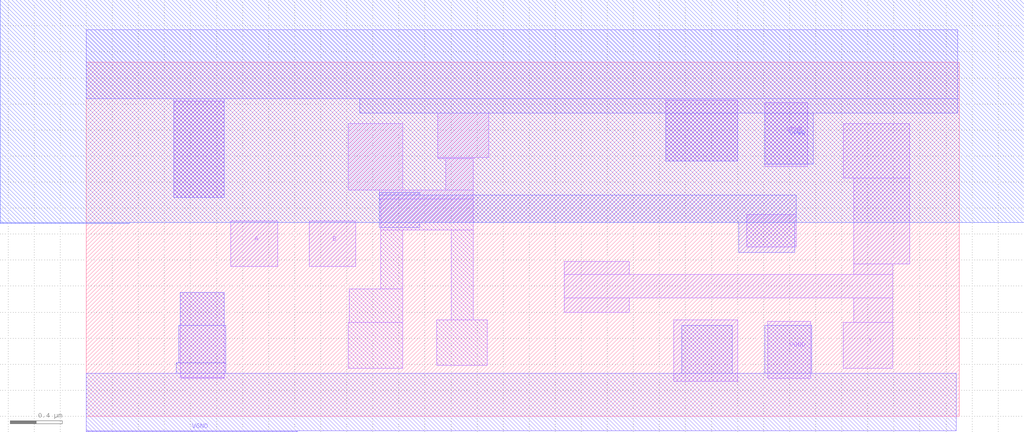
<source format=lef>
VERSION 5.7 ;
  NOWIREEXTENSIONATPIN ON ;
  DIVIDERCHAR "/" ;
  BUSBITCHARS "[]" ;
MACRO celem
  CLASS CORE ;
  FOREIGN celem ;
  ORIGIN 0.000 0.000 ;
  SIZE 6.700 BY 2.720 ;
  SITE unithd ;
  PIN VGND
    DIRECTION INOUT ;
    USE GROUND ;
    PORT
      LAYER li1 ;
        RECT 0.720 0.300 1.060 0.950 ;
        RECT 0.730 0.290 1.060 0.300 ;
        RECT 4.510 0.270 5.000 0.740 ;
        RECT 5.230 0.290 5.560 0.730 ;
      LAYER met1 ;
        RECT 0.720 0.700 1.060 0.950 ;
        RECT 0.710 0.410 1.070 0.700 ;
        RECT 0.690 0.330 1.070 0.410 ;
        RECT 4.570 0.330 4.960 0.700 ;
        RECT 5.210 0.330 5.570 0.700 ;
        RECT 0.000 -0.110 6.680 0.330 ;
        RECT 0.000 -0.120 1.620 -0.110 ;
    END
  END VGND
  PIN VPWR
    DIRECTION INOUT ;
    USE POWER ;
    PORT
      LAYER li1 ;
        RECT 0.670 1.680 1.060 2.420 ;
        RECT 4.450 1.960 5.000 2.430 ;
        RECT 5.210 1.920 5.540 2.410 ;
      LAYER met1 ;
        RECT 0.000 2.440 6.690 2.970 ;
        RECT 0.670 1.680 1.060 2.440 ;
        RECT 2.100 2.330 6.690 2.440 ;
        RECT 4.450 1.960 5.000 2.330 ;
        RECT 5.210 1.940 5.580 2.330 ;
    END
  END VPWR
  PIN Y
    DIRECTION OUTPUT ;
    USE SIGNAL ;
    ANTENNAGATEAREA 0.172000 ;
    ANTENNADIFFAREA 0.374400 ;
    PORT
      LAYER li1 ;
        RECT 5.810 1.830 6.320 2.250 ;
        RECT 3.670 1.090 4.170 1.190 ;
        RECT 5.890 1.170 6.320 1.830 ;
        RECT 5.890 1.090 6.190 1.170 ;
        RECT 3.670 0.910 6.190 1.090 ;
        RECT 3.670 0.800 4.170 0.910 ;
        RECT 5.890 0.720 6.190 0.910 ;
        RECT 5.810 0.370 6.190 0.720 ;
    END
  END Y
  PIN A
    DIRECTION INPUT ;
    USE SIGNAL ;
    ANTENNAGATEAREA 0.485100 ;
    PORT
      LAYER li1 ;
        RECT 1.110 1.150 1.470 1.500 ;
    END
  END A
  PIN B
    DIRECTION INPUT ;
    USE SIGNAL ;
    ANTENNAGATEAREA 0.485100 ;
    PORT
      LAYER li1 ;
        RECT 1.710 1.150 2.070 1.500 ;
    END
  END B
  OBS
      LAYER nwell ;
        RECT -0.660 1.490 7.200 3.200 ;
        RECT -0.660 1.480 0.330 1.490 ;
      LAYER li1 ;
        RECT 2.010 1.740 2.430 2.250 ;
        RECT 2.700 1.990 3.090 2.330 ;
        RECT 2.700 1.980 2.970 1.990 ;
        RECT 2.760 1.740 2.970 1.980 ;
        RECT 2.250 1.670 2.970 1.740 ;
        RECT 2.260 1.430 2.970 1.670 ;
        RECT 2.260 0.980 2.430 1.430 ;
        RECT 2.020 0.720 2.430 0.980 ;
        RECT 2.800 0.740 2.970 1.430 ;
        RECT 5.070 1.300 5.450 1.550 ;
        RECT 2.010 0.370 2.430 0.720 ;
        RECT 2.690 0.390 3.080 0.740 ;
      LAYER met1 ;
        RECT 2.250 1.700 2.560 1.720 ;
        RECT 2.250 1.490 5.450 1.700 ;
        RECT 2.250 1.450 2.560 1.490 ;
        RECT 5.010 1.260 5.440 1.490 ;
  END
END celem
END LIBRARY


</source>
